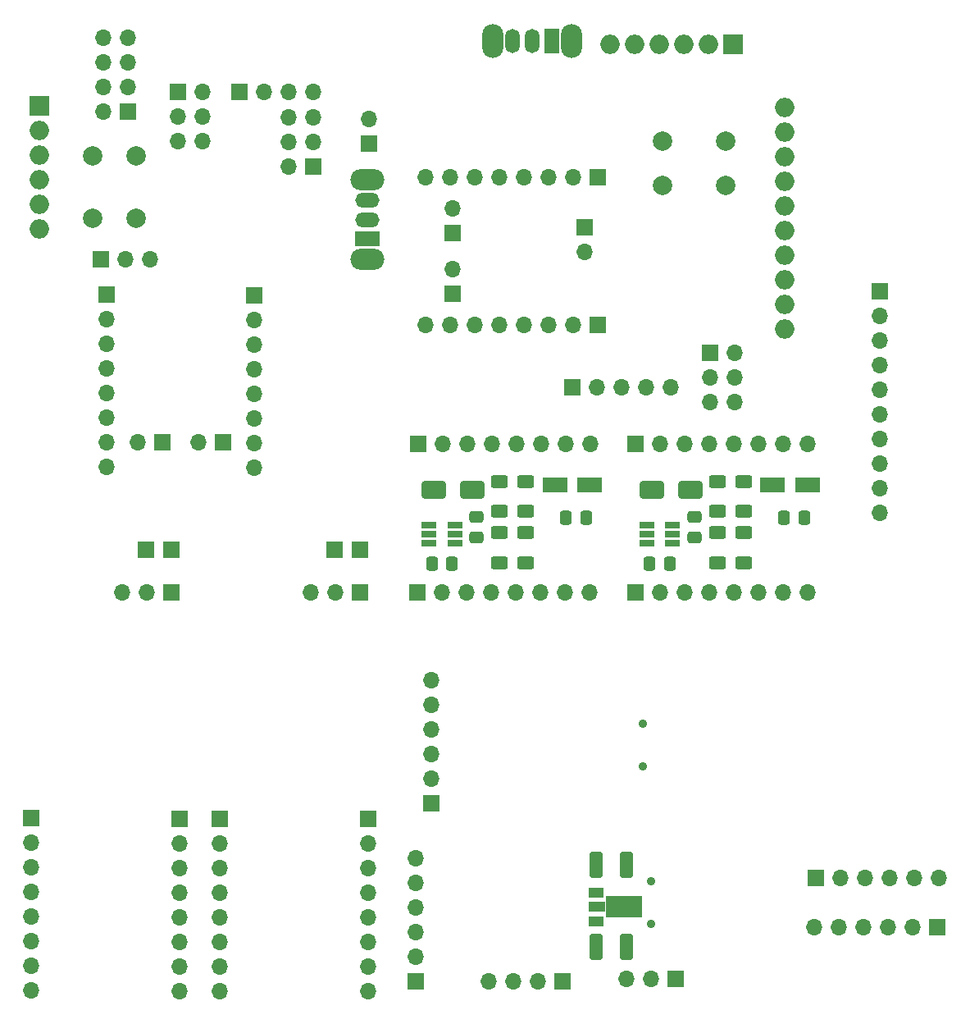
<source format=gbr>
%TF.GenerationSoftware,KiCad,Pcbnew,7.0.8*%
%TF.CreationDate,2024-03-05T23:25:34+02:00*%
%TF.ProjectId,JLC4_RoboChalangeBoards,4a4c4334-5f52-46f6-926f-4368616c616e,rev?*%
%TF.SameCoordinates,Original*%
%TF.FileFunction,Soldermask,Bot*%
%TF.FilePolarity,Negative*%
%FSLAX46Y46*%
G04 Gerber Fmt 4.6, Leading zero omitted, Abs format (unit mm)*
G04 Created by KiCad (PCBNEW 7.0.8) date 2024-03-05 23:25:34*
%MOMM*%
%LPD*%
G01*
G04 APERTURE LIST*
G04 Aperture macros list*
%AMRoundRect*
0 Rectangle with rounded corners*
0 $1 Rounding radius*
0 $2 $3 $4 $5 $6 $7 $8 $9 X,Y pos of 4 corners*
0 Add a 4 corners polygon primitive as box body*
4,1,4,$2,$3,$4,$5,$6,$7,$8,$9,$2,$3,0*
0 Add four circle primitives for the rounded corners*
1,1,$1+$1,$2,$3*
1,1,$1+$1,$4,$5*
1,1,$1+$1,$6,$7*
1,1,$1+$1,$8,$9*
0 Add four rect primitives between the rounded corners*
20,1,$1+$1,$2,$3,$4,$5,0*
20,1,$1+$1,$4,$5,$6,$7,0*
20,1,$1+$1,$6,$7,$8,$9,0*
20,1,$1+$1,$8,$9,$2,$3,0*%
G04 Aperture macros list end*
%ADD10R,1.700000X1.700000*%
%ADD11O,1.700000X1.700000*%
%ADD12C,2.000000*%
%ADD13C,0.900000*%
%ADD14O,3.500000X2.200000*%
%ADD15R,2.500000X1.500000*%
%ADD16O,2.500000X1.500000*%
%ADD17R,2.000000X2.000000*%
%ADD18O,2.000000X2.000000*%
%ADD19O,2.200000X3.500000*%
%ADD20R,1.500000X2.500000*%
%ADD21O,1.500000X2.500000*%
%ADD22RoundRect,0.250000X-0.337500X-0.475000X0.337500X-0.475000X0.337500X0.475000X-0.337500X0.475000X0*%
%ADD23RoundRect,0.250000X-0.625000X0.400000X-0.625000X-0.400000X0.625000X-0.400000X0.625000X0.400000X0*%
%ADD24RoundRect,0.250000X-0.475000X0.337500X-0.475000X-0.337500X0.475000X-0.337500X0.475000X0.337500X0*%
%ADD25RoundRect,0.250000X0.625000X-0.400000X0.625000X0.400000X-0.625000X0.400000X-0.625000X-0.400000X0*%
%ADD26RoundRect,0.250000X-1.050000X-0.550000X1.050000X-0.550000X1.050000X0.550000X-1.050000X0.550000X0*%
%ADD27R,1.560000X0.650000*%
%ADD28RoundRect,0.250000X1.000000X0.650000X-1.000000X0.650000X-1.000000X-0.650000X1.000000X-0.650000X0*%
%ADD29RoundRect,0.250000X0.412500X1.100000X-0.412500X1.100000X-0.412500X-1.100000X0.412500X-1.100000X0*%
%ADD30R,1.500000X1.000000*%
%ADD31R,1.800000X1.000000*%
%ADD32R,3.700000X2.200000*%
G04 APERTURE END LIST*
D10*
%TO.C,J3*%
X107660000Y-148495000D03*
D11*
X105120000Y-148495000D03*
X102580000Y-148495000D03*
%TD*%
D12*
%TO.C,SW2*%
X52010000Y-63590000D03*
X52010000Y-70090000D03*
X47510000Y-63590000D03*
X47510000Y-70090000D03*
%TD*%
D10*
%TO.C,J7*%
X84660000Y-77865000D03*
D11*
X84660000Y-75325000D03*
%TD*%
D10*
%TO.C,J9*%
X99635000Y-81040000D03*
D11*
X97095000Y-81040000D03*
X94555000Y-81040000D03*
X92015000Y-81040000D03*
X89475000Y-81040000D03*
X86935000Y-81040000D03*
X84395000Y-81040000D03*
X81855000Y-81040000D03*
%TD*%
D10*
%TO.C,J1*%
X98335000Y-70940000D03*
D11*
X98335000Y-73480000D03*
%TD*%
D10*
%TO.C,J8*%
X48350000Y-74260000D03*
D11*
X50890000Y-74260000D03*
X53430000Y-74260000D03*
%TD*%
D10*
%TO.C,J2*%
X97017200Y-87522800D03*
D11*
X99557200Y-87522800D03*
X102097200Y-87522800D03*
X104637200Y-87522800D03*
X107177200Y-87522800D03*
%TD*%
D10*
%TO.C,J7*%
X60966186Y-93190228D03*
D11*
X58426186Y-93190228D03*
%TD*%
D10*
%TO.C,SW1*%
X75118000Y-108685000D03*
D11*
X72578000Y-108685000D03*
X70038000Y-108685000D03*
%TD*%
D10*
%TO.C,J3*%
X53000000Y-104280000D03*
%TD*%
%TO.C,J20*%
X48948586Y-77952500D03*
D11*
X48948586Y-80492500D03*
X48948586Y-83032500D03*
X48948586Y-85572500D03*
X48948586Y-88112500D03*
X48948586Y-90652500D03*
X48948586Y-93192500D03*
X48948586Y-95732500D03*
%TD*%
D10*
%TO.C,J2*%
X70320000Y-64730000D03*
D11*
X67780000Y-64730000D03*
X70320000Y-62190000D03*
X67780000Y-62190000D03*
X70320000Y-59650000D03*
X67780000Y-59650000D03*
%TD*%
D13*
%TO.C,USB*%
X104320000Y-126620000D03*
X104320000Y-122220000D03*
%TD*%
D10*
%TO.C,J2*%
X75098000Y-104265000D03*
%TD*%
D14*
%TO.C,SW1*%
X75890000Y-74290000D03*
X75890000Y-66090000D03*
D15*
X75890000Y-72190000D03*
D16*
X75890000Y-70190000D03*
X75890000Y-68190000D03*
%TD*%
D10*
%TO.C,SW1*%
X55620000Y-108700000D03*
D11*
X53080000Y-108700000D03*
X50540000Y-108700000D03*
%TD*%
D10*
%TO.C,J3*%
X111245000Y-83960000D03*
D11*
X113785000Y-83960000D03*
X111245000Y-86500000D03*
X113785000Y-86500000D03*
X111245000Y-89040000D03*
X113785000Y-89040000D03*
%TD*%
D10*
%TO.C,J6*%
X84660000Y-71615000D03*
D11*
X84660000Y-69075000D03*
%TD*%
D10*
%TO.C,J10*%
X62695126Y-56974874D03*
D11*
X65235126Y-56974874D03*
X67775126Y-56974874D03*
X70315126Y-56974874D03*
%TD*%
D10*
%TO.C,J4*%
X80840000Y-148785000D03*
D11*
X80840000Y-146245000D03*
X80840000Y-143705000D03*
X80840000Y-141165000D03*
X80840000Y-138625000D03*
X80840000Y-136085000D03*
%TD*%
D10*
%TO.C,J21*%
X64213586Y-77967500D03*
D11*
X64213586Y-80507500D03*
X64213586Y-83047500D03*
X64213586Y-85587500D03*
X64213586Y-88127500D03*
X64213586Y-90667500D03*
X64213586Y-93207500D03*
X64213586Y-95747500D03*
%TD*%
D17*
%TO.C,J5*%
X42040000Y-58460000D03*
D18*
X42040000Y-61000000D03*
X42040000Y-63540000D03*
X42040000Y-66080000D03*
X42040000Y-68620000D03*
X42040000Y-71160000D03*
%TD*%
D10*
%TO.C,REF\u002A\u002A*%
X82432500Y-130425000D03*
D11*
X82432500Y-127885000D03*
X82432500Y-125345000D03*
X82432500Y-122805000D03*
X82432500Y-120265000D03*
X82432500Y-117725000D03*
%TD*%
D10*
%TO.C,J2*%
X55600000Y-104280000D03*
%TD*%
D19*
%TO.C,SW2*%
X96985000Y-51740000D03*
X88785000Y-51740000D03*
D20*
X94885000Y-51740000D03*
D21*
X92885000Y-51740000D03*
X90885000Y-51740000D03*
%TD*%
D13*
%TO.C,J1*%
X105150000Y-142835000D03*
X105150000Y-138435000D03*
%TD*%
D10*
%TO.C,J2*%
X96030000Y-148815000D03*
D11*
X93490000Y-148815000D03*
X90950000Y-148815000D03*
X88410000Y-148815000D03*
%TD*%
D18*
%TO.C,J5*%
X118935000Y-58590000D03*
X118935000Y-61130000D03*
X118935000Y-63670000D03*
X118935000Y-66210000D03*
X118935000Y-68750000D03*
X118935000Y-71290000D03*
X118935000Y-73830000D03*
X118935000Y-76370000D03*
X118935000Y-78910000D03*
X118935000Y-81450000D03*
%TD*%
D10*
%TO.C,J3*%
X72498000Y-104265000D03*
%TD*%
%TO.C,J8*%
X99650000Y-65775000D03*
D11*
X97110000Y-65775000D03*
X94570000Y-65775000D03*
X92030000Y-65775000D03*
X89490000Y-65775000D03*
X86950000Y-65775000D03*
X84410000Y-65775000D03*
X81870000Y-65775000D03*
%TD*%
D10*
%TO.C,J4*%
X56345126Y-56974874D03*
D11*
X58885126Y-56974874D03*
X56345126Y-59514874D03*
X58885126Y-59514874D03*
X56345126Y-62054874D03*
X58885126Y-62054874D03*
%TD*%
D17*
%TO.C,J4*%
X113655000Y-52060000D03*
D18*
X111115000Y-52060000D03*
X108575000Y-52060000D03*
X106035000Y-52060000D03*
X103495000Y-52060000D03*
X100955000Y-52060000D03*
%TD*%
D10*
%TO.C,J6*%
X54716186Y-93190228D03*
D11*
X52176186Y-93190228D03*
%TD*%
D12*
%TO.C,SW1*%
X106387200Y-62122800D03*
X112887200Y-62122800D03*
X106387200Y-66622800D03*
X112887200Y-66622800D03*
%TD*%
D10*
%TO.C,J9*%
X51145000Y-59070000D03*
D11*
X48605000Y-59070000D03*
X51145000Y-56530000D03*
X48605000Y-56530000D03*
X51145000Y-53990000D03*
X48605000Y-53990000D03*
X51145000Y-51450000D03*
X48605000Y-51450000D03*
%TD*%
D10*
%TO.C,J1*%
X76030000Y-62370000D03*
D11*
X76030000Y-59830000D03*
%TD*%
D22*
%TO.C,C4*%
X96392500Y-100980000D03*
X98467500Y-100980000D03*
%TD*%
D10*
%TO.C,J1*%
X41172400Y-131974000D03*
D11*
X41172400Y-134514000D03*
X41172400Y-137054000D03*
X41172400Y-139594000D03*
X41172400Y-142134000D03*
X41172400Y-144674000D03*
X41172400Y-147214000D03*
X41172400Y-149754000D03*
%TD*%
D23*
%TO.C,R2*%
X112016000Y-102490000D03*
X112016000Y-105590000D03*
%TD*%
D10*
%TO.C,J1*%
X60660000Y-132030000D03*
D11*
X60660000Y-134570000D03*
X60660000Y-137110000D03*
X60660000Y-139650000D03*
X60660000Y-142190000D03*
X60660000Y-144730000D03*
X60660000Y-147270000D03*
X60660000Y-149810000D03*
%TD*%
D10*
%TO.C,J2*%
X103565000Y-93352600D03*
D11*
X106105000Y-93352600D03*
X108645000Y-93352600D03*
X111185000Y-93352600D03*
X113725000Y-93352600D03*
X116265000Y-93352600D03*
X118805000Y-93352600D03*
X121345000Y-93352600D03*
%TD*%
D24*
%TO.C,C2*%
X87130000Y-100902500D03*
X87130000Y-102977500D03*
%TD*%
D25*
%TO.C,R1*%
X112016000Y-100290000D03*
X112016000Y-97190000D03*
%TD*%
D23*
%TO.C,R3*%
X114716000Y-102490000D03*
X114716000Y-105590000D03*
%TD*%
D26*
%TO.C,C3*%
X117716000Y-97590000D03*
X121316000Y-97590000D03*
%TD*%
D22*
%TO.C,C1*%
X105016100Y-105695200D03*
X107091100Y-105695200D03*
%TD*%
D27*
%TO.C,U1*%
X84917600Y-101697200D03*
X84917600Y-102647200D03*
X84917600Y-103597200D03*
X82217600Y-103597200D03*
X82217600Y-102647200D03*
X82217600Y-101697200D03*
%TD*%
D10*
%TO.C,J1*%
X122210000Y-138130000D03*
D11*
X124750000Y-138130000D03*
X127290000Y-138130000D03*
X129830000Y-138130000D03*
X132370000Y-138130000D03*
X134910000Y-138130000D03*
%TD*%
D22*
%TO.C,C4*%
X118878500Y-100980000D03*
X120953500Y-100980000D03*
%TD*%
D23*
%TO.C,R4*%
X92230000Y-97190000D03*
X92230000Y-100290000D03*
%TD*%
D10*
%TO.C,J1*%
X103550000Y-108617600D03*
D11*
X106090000Y-108617600D03*
X108630000Y-108617600D03*
X111170000Y-108617600D03*
X113710000Y-108617600D03*
X116250000Y-108617600D03*
X118790000Y-108617600D03*
X121330000Y-108617600D03*
%TD*%
D23*
%TO.C,R3*%
X92230000Y-102490000D03*
X92230000Y-105590000D03*
%TD*%
D28*
%TO.C,D1*%
X109216000Y-98040000D03*
X105216000Y-98040000D03*
%TD*%
D10*
%TO.C,J1*%
X134730000Y-143190000D03*
D11*
X132190000Y-143190000D03*
X129650000Y-143190000D03*
X127110000Y-143190000D03*
X124570000Y-143190000D03*
X122030000Y-143190000D03*
%TD*%
D27*
%TO.C,U1*%
X107403600Y-101697200D03*
X107403600Y-102647200D03*
X107403600Y-103597200D03*
X104703600Y-103597200D03*
X104703600Y-102647200D03*
X104703600Y-101697200D03*
%TD*%
D10*
%TO.C,J1*%
X81064000Y-108617600D03*
D11*
X83604000Y-108617600D03*
X86144000Y-108617600D03*
X88684000Y-108617600D03*
X91224000Y-108617600D03*
X93764000Y-108617600D03*
X96304000Y-108617600D03*
X98844000Y-108617600D03*
%TD*%
D25*
%TO.C,R1*%
X89530000Y-100290000D03*
X89530000Y-97190000D03*
%TD*%
D26*
%TO.C,C3*%
X95230000Y-97590000D03*
X98830000Y-97590000D03*
%TD*%
D29*
%TO.C,C5*%
X102582500Y-145265000D03*
X99457500Y-145265000D03*
%TD*%
D28*
%TO.C,D1*%
X86730000Y-98040000D03*
X82730000Y-98040000D03*
%TD*%
D23*
%TO.C,R4*%
X114716000Y-97190000D03*
X114716000Y-100290000D03*
%TD*%
D10*
%TO.C,J2*%
X56437400Y-131989000D03*
D11*
X56437400Y-134529000D03*
X56437400Y-137069000D03*
X56437400Y-139609000D03*
X56437400Y-142149000D03*
X56437400Y-144689000D03*
X56437400Y-147229000D03*
X56437400Y-149769000D03*
%TD*%
D30*
%TO.C,U1*%
X99460000Y-142605000D03*
D31*
X99610000Y-141105000D03*
D32*
X102360000Y-141105000D03*
D30*
X99460000Y-139605000D03*
%TD*%
D22*
%TO.C,C1*%
X82530100Y-105695200D03*
X84605100Y-105695200D03*
%TD*%
D10*
%TO.C,J2*%
X81079000Y-93352600D03*
D11*
X83619000Y-93352600D03*
X86159000Y-93352600D03*
X88699000Y-93352600D03*
X91239000Y-93352600D03*
X93779000Y-93352600D03*
X96319000Y-93352600D03*
X98859000Y-93352600D03*
%TD*%
D29*
%TO.C,C3*%
X102592500Y-136775000D03*
X99467500Y-136775000D03*
%TD*%
D23*
%TO.C,R2*%
X89530000Y-102490000D03*
X89530000Y-105590000D03*
%TD*%
D10*
%TO.C,J2*%
X75925000Y-132045000D03*
D11*
X75925000Y-134585000D03*
X75925000Y-137125000D03*
X75925000Y-139665000D03*
X75925000Y-142205000D03*
X75925000Y-144745000D03*
X75925000Y-147285000D03*
X75925000Y-149825000D03*
%TD*%
D10*
%TO.C,J1*%
X128783750Y-77590000D03*
D11*
X128783750Y-80130000D03*
X128783750Y-82670000D03*
X128783750Y-85210000D03*
X128783750Y-87750000D03*
X128783750Y-90290000D03*
X128783750Y-92830000D03*
X128783750Y-95370000D03*
X128783750Y-97910000D03*
X128783750Y-100450000D03*
%TD*%
D24*
%TO.C,C2*%
X109616000Y-100902500D03*
X109616000Y-102977500D03*
%TD*%
M02*

</source>
